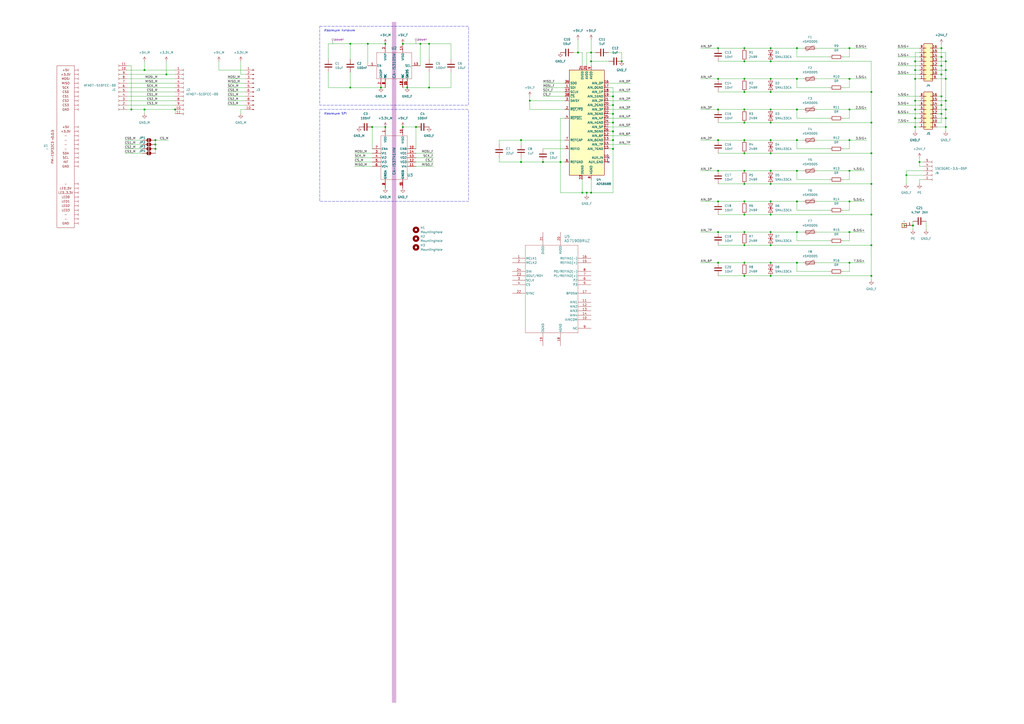
<source format=kicad_sch>
(kicad_sch (version 20250114) (generator "eeschema") (generator_version "9.0")
  (paper "A2")
  (title_block (title "${article} v${version}"))
  (rectangle (start 185.42 63.5) (end 271.78 116.84) (stroke (width 0) (type dash)))
  (rectangle (start 185.42 15.24) (end 271.78 60.96) (stroke (width 0) (type dash)))
  (rectangle (start 227.33 12.7) (end 229.87 407.67) (stroke (width -0.0001) (type dot) (color 72 0 0 0.68)) (fill (type color) (color 132 0 132 0.3)))
  (text "Изоляция SPI" (at 187.96 66.04 0) (effects (font (size 1.27 1.27)) (justify left)))
  (text "Изоляция питания" (at 187.96 17.78 0) (effects (font (size 1.27 1.27)) (justify left)))
  (junction (at 548.64 35.56))
  (junction (at 431.8 99.06))
  (junction (at 447.04 106.68))
  (junction (at 505.46 106.68))
  (junction (at 462.28 99.06))
  (junction (at 355.6 81.28))
  (junction (at 431.8 142.24))
  (junction (at 431.8 106.68))
  (junction (at 431.8 81.28))
  (junction (at 530.86 35.56))
  (junction (at 431.8 35.56))
  (junction (at 548.64 73.66))
  (junction (at 530.86 58.42))
  (junction (at 505.46 88.9))
  (junction (at 492.76 99.06))
  (junction (at 302.26 93.98))
  (junction (at 431.8 45.72))
  (junction (at 492.76 116.84))
  (junction (at 505.46 71.12))
  (junction (at 90.17 86.36))
  (junction (at 546.1 55.88))
  (junction (at 325.12 93.98))
  (junction (at 101.6 63.5))
  (junction (at 342.9 30.48))
  (junction (at 416.56 99.06))
  (junction (at 203.2 25.4))
  (junction (at 90.17 83.82))
  (junction (at 431.8 152.4))
  (junction (at 431.8 124.46))
  (junction (at 213.36 25.4))
  (junction (at 416.56 81.28))
  (junction (at 548.64 63.5))
  (junction (at 462.28 152.4))
  (junction (at 505.46 160.02))
  (junction (at 236.22 50.8))
  (junction (at 530.86 73.66))
  (junction (at 342.9 35.56))
  (junction (at 431.8 116.84))
  (junction (at 462.28 27.94))
  (junction (at 548.64 68.58))
  (junction (at 447.04 124.46))
  (junction (at 355.6 86.36))
  (junction (at 431.8 53.34))
  (junction (at 355.6 55.88))
  (junction (at 223.52 73.66))
  (junction (at 355.6 66.04))
  (junction (at 525.78 101.6))
  (junction (at 431.8 71.12))
  (junction (at 462.28 134.62))
  (junction (at 431.8 63.5))
  (junction (at 215.9 73.66))
  (junction (at 546.1 60.96))
  (junction (at 546.1 43.18))
  (junction (at 546.1 33.02))
  (junction (at 335.28 30.48))
  (junction (at 530.86 40.64))
  (junction (at 530.86 45.72))
  (junction (at 447.04 152.4))
  (junction (at 462.28 81.28))
  (junction (at 431.8 88.9))
  (junction (at 447.04 88.9))
  (junction (at 462.28 116.84))
  (junction (at 492.76 27.94))
  (junction (at 546.1 27.94))
  (junction (at 533.4 93.98))
  (junction (at 447.04 142.24))
  (junction (at 447.04 160.02))
  (junction (at 492.76 134.62))
  (junction (at 505.46 142.24))
  (junction (at 302.26 81.28))
  (junction (at 90.17 81.28))
  (junction (at 83.82 63.5))
  (junction (at 416.56 45.72))
  (junction (at 462.28 63.5))
  (junction (at 248.92 25.4))
  (junction (at 447.04 99.06))
  (junction (at 447.04 53.34))
  (junction (at 416.56 134.62))
  (junction (at 505.46 53.34))
  (junction (at 431.8 134.62))
  (junction (at 462.28 45.72))
  (junction (at 223.52 25.4))
  (junction (at 530.86 68.58))
  (junction (at 233.68 73.66))
  (junction (at 307.34 58.42))
  (junction (at 505.46 124.46))
  (junction (at 447.04 81.28))
  (junction (at 447.04 35.56))
  (junction (at 337.82 111.76))
  (junction (at 548.64 40.64))
  (junction (at 447.04 134.62))
  (junction (at 546.1 38.1))
  (junction (at 243.84 25.4))
  (junction (at 447.04 27.94))
  (junction (at 355.6 60.96))
  (junction (at 530.86 63.5))
  (junction (at 548.64 45.72))
  (junction (at 220.98 50.8))
  (junction (at 416.56 27.94))
  (junction (at 241.3 73.66))
  (junction (at 447.04 63.5))
  (junction (at 360.68 35.56))
  (junction (at 492.76 63.5))
  (junction (at 416.56 116.84))
  (junction (at 83.82 40.64))
  (junction (at 233.68 25.4))
  (junction (at 447.04 45.72))
  (junction (at 492.76 45.72))
  (junction (at 355.6 71.12))
  (junction (at 546.1 66.04))
  (junction (at 416.56 152.4))
  (junction (at 340.36 111.76))
  (junction (at 355.6 76.2))
  (junction (at 548.64 58.42))
  (junction (at 447.04 116.84))
  (junction (at 314.96 93.98))
  (junction (at 342.9 111.76))
  (junction (at 416.56 63.5))
  (junction (at 431.8 27.94))
  (junction (at 431.8 160.02))
  (junction (at 492.76 152.4))
  (junction (at 203.2 50.8))
  (junction (at 76.2 63.5))
  (junction (at 248.92 50.8))
  (junction (at 447.04 71.12))
  (junction (at 492.76 81.28))
  (junction (at 96.52 43.18))
  (junction (at 529.59 130.81))
  (no_connect (at 353.06 91.44))
  (no_connect (at 353.06 93.98))
  (wire (pts (xy 543.56 63.5) (xy 548.64 63.5)))
  (wire (pts (xy 406.4 134.62) (xy 416.56 134.62)))
  (wire (pts (xy 332.74 30.48) (xy 335.28 30.48)))
  (wire (pts (xy 261.62 34.29) (xy 261.62 25.4)))
  (wire (pts (xy 73.66 53.34) (xy 101.6 53.34)))
  (wire (pts (xy 462.28 104.14) (xy 462.28 99.06)))
  (wire (pts (xy 261.62 41.91) (xy 261.62 50.8)))
  (wire (pts (xy 307.34 63.5) (xy 307.34 58.42)))
  (wire (pts (xy 353.06 73.66) (xy 365.76 73.66)))
  (wire (pts (xy 447.04 81.28) (xy 462.28 81.28)))
  (wire (pts (xy 406.4 116.84) (xy 416.56 116.84)))
  (wire (pts (xy 447.04 99.06) (xy 462.28 99.06)))
  (wire (pts (xy 353.06 53.34) (xy 365.76 53.34)))
  (wire (pts (xy 533.4 60.96) (xy 520.7 60.96)))
  (wire (pts (xy 416.56 142.24) (xy 431.8 142.24)))
  (wire (pts (xy 139.7 63.5) (xy 139.7 66.04)))
  (wire (pts (xy 215.9 91.44) (xy 205.74 91.44)))
  (wire (pts (xy 543.56 58.42) (xy 548.64 58.42)))
  (wire (pts (xy 325.12 68.58) (xy 327.66 68.58)))
  (wire (pts (xy 431.8 134.62) (xy 447.04 134.62)))
  (wire (pts (xy 233.68 50.8) (xy 236.22 50.8)))
  (wire (pts (xy 462.28 86.36) (xy 481.33 86.36)))
  (wire (pts (xy 535.94 93.98) (xy 533.4 93.98)))
  (wire (pts (xy 406.4 99.06) (xy 416.56 99.06)))
  (wire (pts (xy 355.6 60.96) (xy 355.6 66.04)))
  (wire (pts (xy 406.4 152.4) (xy 416.56 152.4)))
  (wire (pts (xy 431.8 142.24) (xy 447.04 142.24)))
  (wire (pts (xy 543.56 43.18) (xy 546.1 43.18)))
  (wire (pts (xy 289.56 81.28) (xy 302.26 81.28)))
  (wire (pts (xy 416.56 35.56) (xy 431.8 35.56)))
  (wire (pts (xy 248.92 50.8) (xy 236.22 50.8)))
  (wire (pts (xy 447.04 88.9) (xy 505.46 88.9)))
  (wire (pts (xy 353.06 78.74) (xy 365.76 78.74)))
  (wire (pts (xy 543.56 71.12) (xy 546.1 71.12)))
  (wire (pts (xy 353.06 30.48) (xy 360.68 30.48)))
  (wire (pts (xy 546.1 25.4) (xy 546.1 27.94)))
  (wire (pts (xy 543.56 38.1) (xy 546.1 38.1)))
  (wire (pts (xy 473.71 81.28) (xy 492.76 81.28)))
  (wire (pts (xy 355.6 111.76) (xy 342.9 111.76)))
  (wire (pts (xy 342.9 35.56) (xy 353.06 35.56)))
  (wire (pts (xy 90.17 86.36) (xy 90.17 88.9)))
  (wire (pts (xy 530.86 30.48) (xy 530.86 35.56)))
  (wire (pts (xy 447.04 35.56) (xy 505.46 35.56)))
  (wire (pts (xy 76.2 63.5) (xy 83.82 63.5)))
  (wire (pts (xy 325.12 93.98) (xy 327.66 93.98)))
  (wire (pts (xy 416.56 99.06) (xy 431.8 99.06)))
  (wire (pts (xy 302.26 91.44) (xy 302.26 93.98)))
  (wire (pts (xy 215.9 96.52) (xy 205.74 96.52)))
  (wire (pts (xy 203.2 50.8) (xy 220.98 50.8)))
  (wire (pts (xy 353.06 83.82) (xy 365.76 83.82)))
  (wire (pts (xy 431.8 81.28) (xy 447.04 81.28)))
  (wire (pts (xy 139.7 43.18) (xy 142.24 43.18)))
  (wire (pts (xy 213.36 38.1) (xy 213.36 25.4)))
  (wire (pts (xy 355.6 66.04) (xy 355.6 71.12)))
  (wire (pts (xy 406.4 27.94) (xy 416.56 27.94)))
  (wire (pts (xy 530.86 45.72) (xy 530.86 58.42)))
  (wire (pts (xy 447.04 116.84) (xy 462.28 116.84)))
  (wire (pts (xy 473.71 45.72) (xy 492.76 45.72)))
  (wire (pts (xy 548.64 35.56) (xy 548.64 40.64)))
  (wire (pts (xy 83.82 40.64) (xy 73.66 40.64)))
  (wire (pts (xy 353.06 50.8) (xy 355.6 50.8)))
  (wire (pts (xy 447.04 63.5) (xy 462.28 63.5)))
  (wire (pts (xy 488.95 157.48) (xy 492.76 157.48)))
  (wire (pts (xy 73.66 48.26) (xy 101.6 48.26)))
  (wire (pts (xy 241.3 73.66) (xy 241.3 86.36)))
  (wire (pts (xy 462.28 33.02) (xy 481.33 33.02)))
  (wire (pts (xy 492.76 99.06) (xy 501.65 99.06)))
  (wire (pts (xy 447.04 124.46) (xy 505.46 124.46)))
  (wire (pts (xy 132.08 50.8) (xy 142.24 50.8)))
  (wire (pts (xy 546.1 43.18) (xy 546.1 55.88)))
  (wire (pts (xy 73.66 63.5) (xy 76.2 63.5)))
  (wire (pts (xy 525.78 101.6) (xy 525.78 106.68)))
  (wire (pts (xy 72.39 86.36) (xy 82.55 86.36)))
  (wire (pts (xy 543.56 66.04) (xy 546.1 66.04)))
  (wire (pts (xy 431.8 99.06) (xy 447.04 99.06)))
  (wire (pts (xy 353.06 58.42) (xy 365.76 58.42)))
  (wire (pts (xy 546.1 33.02) (xy 546.1 27.94)))
  (wire (pts (xy 90.17 81.28) (xy 97.79 81.28)))
  (wire (pts (xy 215.9 73.66) (xy 223.52 73.66)))
  (wire (pts (xy 535.94 104.14) (xy 533.4 104.14)))
  (wire (pts (xy 203.2 34.29) (xy 203.2 25.4)))
  (wire (pts (xy 530.86 73.66) (xy 533.4 73.66)))
  (wire (pts (xy 462.28 63.5) (xy 466.09 63.5)))
  (wire (pts (xy 83.82 63.5) (xy 101.6 63.5)))
  (wire (pts (xy 505.46 160.02) (xy 505.46 142.24)))
  (wire (pts (xy 132.08 60.96) (xy 142.24 60.96)))
  (wire (pts (xy 530.86 30.48) (xy 533.4 30.48)))
  (wire (pts (xy 342.9 22.86) (xy 342.9 30.48)))
  (wire (pts (xy 353.06 76.2) (xy 355.6 76.2)))
  (wire (pts (xy 535.94 96.52) (xy 533.4 96.52)))
  (wire (pts (xy 505.46 142.24) (xy 447.04 142.24)))
  (wire (pts (xy 462.28 86.36) (xy 462.28 81.28)))
  (wire (pts (xy 492.76 45.72) (xy 502.92 45.72)))
  (wire (pts (xy 340.36 111.76) (xy 340.36 113.03)))
  (wire (pts (xy 215.9 88.9) (xy 205.74 88.9)))
  (wire (pts (xy 73.66 50.8) (xy 101.6 50.8)))
  (wire (pts (xy 492.76 68.58) (xy 492.76 63.5)))
  (wire (pts (xy 76.2 38.1) (xy 76.2 63.5)))
  (wire (pts (xy 488.95 86.36) (xy 492.76 86.36)))
  (wire (pts (xy 241.3 88.9) (xy 251.46 88.9)))
  (wire (pts (xy 462.28 134.62) (xy 466.09 134.62)))
  (wire (pts (xy 233.68 73.66) (xy 241.3 73.66)))
  (wire (pts (xy 473.71 63.5) (xy 492.76 63.5)))
  (wire (pts (xy 533.4 66.04) (xy 520.7 66.04)))
  (wire (pts (xy 462.28 50.8) (xy 481.33 50.8)))
  (wire (pts (xy 431.8 116.84) (xy 447.04 116.84)))
  (wire (pts (xy 543.56 45.72) (xy 548.64 45.72)))
  (wire (pts (xy 416.56 53.34) (xy 431.8 53.34)))
  (wire (pts (xy 505.46 162.56) (xy 505.46 160.02)))
  (wire (pts (xy 447.04 152.4) (xy 462.28 152.4)))
  (wire (pts (xy 416.56 45.72) (xy 431.8 45.72)))
  (wire (pts (xy 96.52 35.56) (xy 96.52 43.18)))
  (wire (pts (xy 533.4 104.14) (xy 533.4 106.68)))
  (wire (pts (xy 289.56 93.98) (xy 302.26 93.98)))
  (wire (pts (xy 416.56 81.28) (xy 431.8 81.28)))
  (wire (pts (xy 520.7 38.1) (xy 533.4 38.1)))
  (wire (pts (xy 132.08 55.88) (xy 142.24 55.88)))
  (wire (pts (xy 546.1 66.04) (xy 546.1 60.96)))
  (wire (pts (xy 492.76 86.36) (xy 492.76 81.28)))
  (wire (pts (xy 203.2 25.4) (xy 213.36 25.4)))
  (wire (pts (xy 72.39 83.82) (xy 82.55 83.82)))
  (wire (pts (xy 473.71 99.06) (xy 492.76 99.06)))
  (wire (pts (xy 325.12 93.98) (xy 325.12 111.76)))
  (wire (pts (xy 530.86 45.72) (xy 533.4 45.72)))
  (wire (pts (xy 548.64 40.64) (xy 548.64 45.72)))
  (wire (pts (xy 241.3 91.44) (xy 251.46 91.44)))
  (wire (pts (xy 406.4 45.72) (xy 416.56 45.72)))
  (wire (pts (xy 90.17 81.28) (xy 90.17 83.82)))
  (wire (pts (xy 447.04 45.72) (xy 462.28 45.72)))
  (wire (pts (xy 473.71 27.94) (xy 492.76 27.94)))
  (wire (pts (xy 492.76 152.4) (xy 501.65 152.4)))
  (wire (pts (xy 220.98 50.8) (xy 223.52 50.8)))
  (wire (pts (xy 342.9 30.48) (xy 345.44 30.48)))
  (wire (pts (xy 416.56 116.84) (xy 431.8 116.84)))
  (wire (pts (xy 447.04 27.94) (xy 462.28 27.94)))
  (wire (pts (xy 72.39 81.28) (xy 82.55 81.28)))
  (wire (pts (xy 492.76 139.7) (xy 492.76 134.62)))
  (wire (pts (xy 462.28 121.92) (xy 462.28 116.84)))
  (wire (pts (xy 530.86 68.58) (xy 530.86 73.66)))
  (wire (pts (xy 548.64 45.72) (xy 548.64 58.42)))
  (wire (pts (xy 525.78 99.06) (xy 525.78 101.6)))
  (wire (pts (xy 548.64 63.5) (xy 548.64 68.58)))
  (wire (pts (xy 416.56 106.68) (xy 431.8 106.68)))
  (wire (pts (xy 314.96 53.34) (xy 327.66 53.34)))
  (wire (pts (xy 535.94 99.06) (xy 525.78 99.06)))
  (wire (pts (xy 360.68 30.48) (xy 360.68 35.56)))
  (wire (pts (xy 203.2 41.91) (xy 203.2 50.8)))
  (wire (pts (xy 548.64 58.42) (xy 548.64 63.5)))
  (wire (pts (xy 492.76 157.48) (xy 492.76 152.4)))
  (wire (pts (xy 406.4 81.28) (xy 416.56 81.28)))
  (wire (pts (xy 101.6 63.5) (xy 101.6 66.04)))
  (wire (pts (xy 307.34 63.5) (xy 327.66 63.5)))
  (wire (pts (xy 73.66 60.96) (xy 101.6 60.96)))
  (wire (pts (xy 462.28 104.14) (xy 481.33 104.14)))
  (wire (pts (xy 543.56 35.56) (xy 548.64 35.56)))
  (wire (pts (xy 462.28 27.94) (xy 466.09 27.94)))
  (wire (pts (xy 505.46 53.34) (xy 505.46 71.12)))
  (wire (pts (xy 83.82 63.5) (xy 83.82 66.04)))
  (wire (pts (xy 505.46 88.9) (xy 505.46 106.68)))
  (wire (pts (xy 530.86 35.56) (xy 533.4 35.56)))
  (wire (pts (xy 302.26 81.28) (xy 302.26 83.82)))
  (wire (pts (xy 314.96 50.8) (xy 327.66 50.8)))
  (wire (pts (xy 462.28 50.8) (xy 462.28 45.72)))
  (wire (pts (xy 190.5 50.8) (xy 203.2 50.8)))
  (wire (pts (xy 543.56 60.96) (xy 546.1 60.96)))
  (wire (pts (xy 355.6 71.12) (xy 355.6 76.2)))
  (wire (pts (xy 447.04 106.68) (xy 505.46 106.68)))
  (wire (pts (xy 492.76 50.8) (xy 492.76 45.72)))
  (wire (pts (xy 314.96 86.36) (xy 327.66 86.36)))
  (wire (pts (xy 314.96 93.98) (xy 325.12 93.98)))
  (wire (pts (xy 505.46 106.68) (xy 505.46 124.46)))
  (wire (pts (xy 462.28 68.58) (xy 481.33 68.58)))
  (wire (pts (xy 353.06 71.12) (xy 355.6 71.12)))
  (wire (pts (xy 215.9 86.36) (xy 215.9 73.66)))
  (wire (pts (xy 142.24 63.5) (xy 139.7 63.5)))
  (wire (pts (xy 447.04 71.12) (xy 505.46 71.12)))
  (wire (pts (xy 353.06 55.88) (xy 355.6 55.88)))
  (wire (pts (xy 416.56 124.46) (xy 431.8 124.46)))
  (wire (pts (xy 520.7 27.94) (xy 533.4 27.94)))
  (wire (pts (xy 353.06 66.04) (xy 355.6 66.04)))
  (wire (pts (xy 462.28 157.48) (xy 481.33 157.48)))
  (wire (pts (xy 462.28 139.7) (xy 481.33 139.7)))
  (wire (pts (xy 127 35.56) (xy 127 40.64)))
  (wire (pts (xy 462.28 81.28) (xy 466.09 81.28)))
  (wire (pts (xy 462.28 121.92) (xy 481.33 121.92)))
  (wire (pts (xy 73.66 38.1) (xy 76.2 38.1)))
  (wire (pts (xy 73.66 58.42) (xy 101.6 58.42)))
  (wire (pts (xy 546.1 38.1) (xy 546.1 33.02)))
  (wire (pts (xy 431.8 106.68) (xy 447.04 106.68)))
  (wire (pts (xy 543.56 68.58) (xy 548.64 68.58)))
  (wire (pts (xy 335.28 22.86) (xy 335.28 30.48)))
  (wire (pts (xy 530.86 35.56) (xy 530.86 40.64)))
  (wire (pts (xy 505.46 35.56) (xy 505.46 53.34)))
  (wire (pts (xy 473.71 134.62) (xy 492.76 134.62)))
  (wire (pts (xy 492.76 63.5) (xy 502.92 63.5)))
  (wire (pts (xy 353.06 60.96) (xy 355.6 60.96)))
  (wire (pts (xy 447.04 53.34) (xy 505.46 53.34)))
  (wire (pts (xy 248.92 41.91) (xy 248.92 50.8)))
  (wire (pts (xy 243.84 25.4) (xy 233.68 25.4)))
  (wire (pts (xy 416.56 27.94) (xy 431.8 27.94)))
  (wire (pts (xy 525.78 101.6) (xy 535.94 101.6)))
  (wire (pts (xy 337.82 104.14) (xy 337.82 111.76)))
  (wire (pts (xy 90.17 83.82) (xy 90.17 86.36)))
  (wire (pts (xy 548.64 68.58) (xy 548.64 73.66)))
  (wire (pts (xy 520.7 33.02) (xy 533.4 33.02)))
  (wire (pts (xy 462.28 139.7) (xy 462.28 134.62)))
  (wire (pts (xy 72.39 88.9) (xy 82.55 88.9)))
  (wire (pts (xy 355.6 76.2) (xy 355.6 81.28)))
  (wire (pts (xy 416.56 152.4) (xy 431.8 152.4)))
  (wire (pts (xy 342.9 30.48) (xy 342.9 35.56)))
  (wire (pts (xy 488.95 104.14) (xy 492.76 104.14)))
  (wire (pts (xy 431.8 124.46) (xy 447.04 124.46)))
  (wire (pts (xy 241.3 96.52) (xy 251.46 96.52)))
  (wire (pts (xy 83.82 35.56) (xy 83.82 40.64)))
  (wire (pts (xy 530.86 58.42) (xy 533.4 58.42)))
  (wire (pts (xy 530.86 68.58) (xy 533.4 68.58)))
  (wire (pts (xy 431.8 63.5) (xy 447.04 63.5)))
  (wire (pts (xy 431.8 35.56) (xy 447.04 35.56)))
  (wire (pts (xy 96.52 43.18) (xy 73.66 43.18)))
  (wire (pts (xy 314.96 48.26) (xy 327.66 48.26)))
  (wire (pts (xy 355.6 50.8) (xy 355.6 55.88)))
  (wire (pts (xy 213.36 25.4) (xy 223.52 25.4)))
  (wire (pts (xy 473.71 152.4) (xy 492.76 152.4)))
  (wire (pts (xy 492.76 81.28) (xy 502.92 81.28)))
  (wire (pts (xy 261.62 50.8) (xy 248.92 50.8)))
  (wire (pts (xy 447.04 134.62) (xy 462.28 134.62)))
  (wire (pts (xy 342.9 111.76) (xy 340.36 111.76)))
  (wire (pts (xy 462.28 68.58) (xy 462.28 63.5)))
  (wire (pts (xy 132.08 53.34) (xy 142.24 53.34)))
  (wire (pts (xy 355.6 81.28) (xy 355.6 86.36)))
  (wire (pts (xy 548.64 30.48) (xy 548.64 35.56)))
  (wire (pts (xy 492.76 33.02) (xy 492.76 27.94)))
  (wire (pts (xy 73.66 55.88) (xy 101.6 55.88)))
  (wire (pts (xy 543.56 40.64) (xy 548.64 40.64)))
  (wire (pts (xy 127 40.64) (xy 142.24 40.64)))
  (wire (pts (xy 520.7 43.18) (xy 533.4 43.18)))
  (wire (pts (xy 473.71 116.84) (xy 492.76 116.84)))
  (wire (pts (xy 353.06 86.36) (xy 355.6 86.36)))
  (wire (pts (xy 243.84 38.1) (xy 243.84 25.4)))
  (wire (pts (xy 307.34 55.88) (xy 307.34 58.42)))
  (wire (pts (xy 488.95 139.7) (xy 492.76 139.7)))
  (wire (pts (xy 462.28 116.84) (xy 466.09 116.84)))
  (wire (pts (xy 488.95 121.92) (xy 492.76 121.92)))
  (wire (pts (xy 431.8 45.72) (xy 447.04 45.72)))
  (wire (pts (xy 543.56 33.02) (xy 546.1 33.02)))
  (wire (pts (xy 533.4 93.98) (xy 533.4 91.44)))
  (wire (pts (xy 530.86 63.5) (xy 530.86 68.58)))
  (wire (pts (xy 546.1 60.96) (xy 546.1 55.88)))
  (wire (pts (xy 520.7 55.88) (xy 533.4 55.88)))
  (wire (pts (xy 355.6 55.88) (xy 355.6 60.96)))
  (wire (pts (xy 132.08 48.26) (xy 142.24 48.26)))
  (wire (pts (xy 505.46 124.46) (xy 505.46 142.24)))
  (wire (pts (xy 190.5 41.91) (xy 190.5 50.8)))
  (wire (pts (xy 302.26 93.98) (xy 314.96 93.98)))
  (wire (pts (xy 530.86 40.64) (xy 530.86 45.72)))
  (wire (pts (xy 529.59 130.81) (xy 529.59 133.35)))
  (wire (pts (xy 353.06 63.5) (xy 365.76 63.5)))
  (wire (pts (xy 431.8 88.9) (xy 447.04 88.9)))
  (wire (pts (xy 546.1 43.18) (xy 546.1 38.1)))
  (wire (pts (xy 248.92 34.29) (xy 248.92 25.4)))
  (wire (pts (xy 492.76 134.62) (xy 501.65 134.62)))
  (wire (pts (xy 431.8 27.94) (xy 447.04 27.94)))
  (wire (pts (xy 325.12 68.58) (xy 325.12 93.98)))
  (wire (pts (xy 139.7 35.56) (xy 139.7 43.18)))
  (wire (pts (xy 248.92 25.4) (xy 243.84 25.4)))
  (wire (pts (xy 548.64 73.66) (xy 548.64 76.2)))
  (wire (pts (xy 537.21 128.27) (xy 537.21 133.35)))
  (wire (pts (xy 492.76 27.94) (xy 502.92 27.94)))
  (wire (pts (xy 431.8 160.02) (xy 447.04 160.02)))
  (wire (pts (xy 488.95 68.58) (xy 492.76 68.58)))
  (wire (pts (xy 488.95 33.02) (xy 492.76 33.02)))
  (wire (pts (xy 215.9 93.98) (xy 205.74 93.98)))
  (wire (pts (xy 530.86 58.42) (xy 530.86 63.5)))
  (wire (pts (xy 241.3 93.98) (xy 251.46 93.98)))
  (wire (pts (xy 261.62 25.4) (xy 248.92 25.4)))
  (wire (pts (xy 335.28 30.48) (xy 337.82 30.48)))
  (wire (pts (xy 340.36 38.1) (xy 340.36 30.48)))
  (wire (pts (xy 462.28 33.02) (xy 462.28 27.94)))
  (wire (pts (xy 289.56 91.44) (xy 289.56 93.98)))
  (wire (pts (xy 73.66 45.72) (xy 101.6 45.72)))
  (wire (pts (xy 529.59 128.27) (xy 529.59 130.81)))
  (wire (pts (xy 543.56 73.66) (xy 548.64 73.66)))
  (wire (pts (xy 342.9 30.48) (xy 340.36 30.48)))
  (wire (pts (xy 416.56 63.5) (xy 431.8 63.5)))
  (wire (pts (xy 546.1 27.94) (xy 543.56 27.94)))
  (wire (pts (xy 462.28 157.48) (xy 462.28 152.4)))
  (wire (pts (xy 132.08 58.42) (xy 142.24 58.42)))
  (wire (pts (xy 416.56 88.9) (xy 431.8 88.9)))
  (wire (pts (xy 462.28 99.06) (xy 466.09 99.06)))
  (wire (pts (xy 431.8 53.34) (xy 447.04 53.34)))
  (wire (pts (xy 416.56 134.62) (xy 431.8 134.62)))
  (wire (pts (xy 462.28 152.4) (xy 466.09 152.4)))
  (wire (pts (xy 431.8 152.4) (xy 447.04 152.4)))
  (wire (pts (xy 462.28 45.72) (xy 466.09 45.72)))
  (wire (pts (xy 492.76 116.84) (xy 501.65 116.84)))
  (wire (pts (xy 342.9 104.14) (xy 342.9 111.76)))
  (wire (pts (xy 337.82 111.76) (xy 325.12 111.76)))
  (wire (pts (xy 353.06 68.58) (xy 365.76 68.58)))
  (wire (pts (xy 530.86 73.66) (xy 530.86 76.2)))
  (wire (pts (xy 289.56 81.28) (xy 289.56 83.82)))
  (wire (pts (xy 132.08 45.72) (xy 142.24 45.72)))
  (wire (pts (xy 340.36 111.76) (xy 337.82 111.76)))
  (wire (pts (xy 83.82 40.64) (xy 101.6 40.64)))
  (wire (pts (xy 543.56 30.48) (xy 548.64 30.48)))
  (wire (pts (xy 416.56 71.12) (xy 431.8 71.12)))
  (wire (pts (xy 307.34 58.42) (xy 327.66 58.42)))
  (wire (pts (xy 406.4 63.5) (xy 416.56 63.5)))
  (wire (pts (xy 355.6 86.36) (xy 355.6 111.76)))
  (wire (pts (xy 353.06 48.26) (xy 365.76 48.26)))
  (wire (pts (xy 530.86 40.64) (xy 533.4 40.64)))
  (wire (pts (xy 492.76 104.14) (xy 492.76 99.06)))
  (wire (pts (xy 342.9 38.1) (xy 342.9 35.56)))
  (wire (pts (xy 543.56 55.88) (xy 546.1 55.88)))
  (wire (pts (xy 492.76 121.92) (xy 492.76 116.84)))
  (wire (pts (xy 488.95 50.8) (xy 492.76 50.8)))
  (wire (pts (xy 302.26 81.28) (xy 327.66 81.28)))
  (wire (pts (xy 314.96 55.88) (xy 327.66 55.88)))
  (wire (pts (xy 533.4 96.52) (xy 533.4 93.98)))
  (wire (pts (xy 416.56 160.02) (xy 431.8 160.02)))
  (wire (pts (xy 447.04 160.02) (xy 505.46 160.02)))
  (wire (pts (xy 353.06 81.28) (xy 355.6 81.28)))
  (wire (pts (xy 505.46 71.12) (xy 505.46 88.9)))
  (wire (pts (xy 530.86 63.5) (xy 533.4 63.5)))
  (wire (pts (xy 533.4 71.12) (xy 520.7 71.12)))
  (wire (pts (xy 190.5 34.29) (xy 190.5 25.4)))
  (wire (pts (xy 546.1 71.12) (xy 546.1 66.04)))
  (wire (pts (xy 431.8 71.12) (xy 447.04 71.12)))
  (wire (pts (xy 190.5 25.4) (xy 203.2 25.4)))
  (wire (pts (xy 96.52 43.18) (xy 101.6 43.18)))
  (wire (pts (xy 337.82 30.48) (xy 337.82 38.1)))
  (label "2.SIG+" (at 520.7 38.1 0))
  (label "4.SIG+" (at 501.65 99.06 180))
  (label "CS_M" (at 97.79 81.28 180))
  (label "MOSI_M" (at 91.44 45.72 180))
  (label "CS3_M" (at 91.44 60.96 180))
  (label "CS1_M" (at 91.44 55.88 180))
  (label "SCK_F" (at 314.96 53.34 0))
  (label "AIN_1P" (at 365.76 53.34 180))
  (label "AIN_0P" (at 365.76 48.26 180))
  (label "1.SIG+" (at 502.92 45.72 180))
  (label "SCK_F" (at 251.46 91.44 180))
  (label "AIN_6P" (at 406.4 152.4 0))
  (label "MISO_F" (at 314.96 48.26 0))
  (label "CS2_M" (at 132.08 58.42 0))
  (label "SCK_M" (at 205.74 91.44 0))
  (label "SCK_M" (at 132.08 50.8 0))
  (label "CS0_M" (at 91.44 53.34 180))
  (label "CS1_M" (at 72.39 83.82 0))
  (label "AIN_1P" (at 406.4 99.06 0))
  (label "AIN_7P" (at 406.4 134.62 0))
  (label "AIN_3P" (at 365.76 63.5 180))
  (label "MISO_M" (at 132.08 48.26 0))
  (label "AIN_2P" (at 406.4 81.28 0))
  (label "5.SIG+" (at 520.7 60.96 0))
  (label "0.SIG+" (at 502.92 27.94 180))
  (label "MISO_M" (at 205.74 96.52 0))
  (label "AIN_4P" (at 365.76 68.58 180))
  (label "CS2_M" (at 72.39 86.36 0))
  (label "MISO_M" (at 91.44 48.26 180))
  (label "6.SIG+" (at 520.7 66.04 0))
  (label "AIN_2P" (at 365.76 58.42 180))
  (label "CS1_M" (at 132.08 55.88 0))
  (label "CS0_M" (at 72.39 81.28 0))
  (label "MOSI_M" (at 205.74 88.9 0))
  (label "5.SIG+" (at 501.65 116.84 180))
  (label "3.SIG+" (at 520.7 43.18 0))
  (label "MOSI_F" (at 251.46 88.9 180))
  (label "6.SIG+" (at 501.65 134.62 180))
  (label "AIN_7P" (at 365.76 83.82 180))
  (label "MISO_F" (at 251.46 96.52 180))
  (label "AIN_5P" (at 406.4 27.94 0))
  (label "MOSI_F" (at 314.96 50.8 0))
  (label "AIN_6P" (at 365.76 78.74 180))
  (label "7.SIG+" (at 501.65 152.4 180))
  (label "7.SIG+" (at 520.7 71.12 0))
  (label "CS3_M" (at 72.39 88.9 0))
  (label "4.SIG+" (at 520.7 55.88 0))
  (label "1.SIG+" (at 520.7 33.02 0))
  (label "CS_M" (at 205.74 93.98 0))
  (label "CS3_M" (at 132.08 60.96 0))
  (label "SCK_M" (at 91.44 50.8 180))
  (label "AIN_0P" (at 406.4 116.84 0))
  (label "MOSI_M" (at 132.08 45.72 0))
  (label "3.SIG+" (at 502.92 81.28 180))
  (label "2.SIG+" (at 502.92 63.5 180))
  (label "AIN_5P" (at 365.76 73.66 180))
  (label "0.SIG+" (at 520.7 27.94 0))
  (label "CS2_M" (at 91.44 58.42 180))
  (label "CS_F" (at 314.96 55.88 0))
  (label "AIN_4P" (at 406.4 45.72 0))
  (label "CS0_M" (at 132.08 53.34 0))
  (label "CS_F" (at 251.46 93.98 180))
  (label "AIN_3P" (at 406.4 63.5 0))
  (netclass_flag "" (length 2.54) (shape round) (at 193.04 25.4 0) (property "Netclass" "power" (at 193.7385 22.86 0) (effects (font (italic yes)) (justify left))))
  (netclass_flag "" (length 2.54) (shape round) (at 241.3 25.4 0) (property "Netclass" "power" (at 241.9985 22.86 0) (effects (font (italic yes)) (justify left))))
  (symbol (lib_id "power:+5V") (at 307.34 55.88 0) (unit 1)
    (property "Reference" "#PWR017" (effects (hide yes)))
    (property "Value" "+5V_F" (at 307.34 50.8 0))
    (property "Description" "Power symbol creates a global label with name \"+5V\"" (effects (hide yes)))
  )
  (symbol (lib_id "kicad_inventree_lib:PE") (at 524.51 130.81 180) (unit 1) (in_bom no)
    (property "Reference" "D9" (effects (hide yes)))
    (property "Value" "~" (at 524.51 128.27 0))
    (property "Footprint" "kicad_inventree_lib:PE" (effects (hide yes)))
  )
  (symbol (lib_id "kicad_inventree_lib:SMAJ33CA") (at 447.04 31.75 90) (unit 1)
    (property "Reference" "D1" (at 449.58 30.4799 90) (effects (justify right)))
    (property "Value" "SMAJ33CA" (at 449.58 33.0199 90) (effects (justify right)))
    (property "Footprint" "kicad_inventree_lib:SMASeries_LTF-M" (effects (hide yes)))
    (property "Datasheet" "http://inventree.network/part/123/" (effects (hide yes)))
    (property "Description" "7.5A 400W 53.3V 40.6V 33V SMA(DO-214AC) ESD and Surge Protection (TVS/ESD)" (effects (hide yes)))
    (property "part_ipn" "SMAJ33CA" (effects (hide yes)))
  )
  (symbol (lib_id "kicad_inventree_lib:C_100nF_16V_0603_MLCC-X7R") (at 245.11 73.66 90) (unit 1)
    (property "Reference" "C4" (at 245.11 66.04 90))
    (property "Value" "100nF" (at 245.11 68.58 90))
    (property "Footprint" "Capacitor_SMD:C_0603_1608Metric" (effects (hide yes)))
    (property "Datasheet" "http://inventree.network/part/221" (effects (hide yes)))
    (property "Description" "Unpolarized capacitor" (effects (hide yes)))
    (property "part_ipn" "C_100nF_16V_0603_MLCC-X7R" (effects (hide yes)))
  )
  (symbol (lib_id "kicad_inventree_lib:nSMD005") (at 469.9 45.72 90) (unit 1)
    (property "Reference" "F2" (at 469.9 39.37 90))
    (property "Value" "nSMD005" (at 469.9 41.91 90))
    (property "Footprint" "Fuse:Fuse_1206_3216Metric" (effects (hide yes)))
    (property "Datasheet" "http://inventree.network/part/267/" (effects (hide yes)))
    (property "Description" "Resettable fuse, polymeric positive temperature coefficient" (effects (hide yes)))
    (property "part_ipn" "nSMD005" (effects (hide yes)))
  )
  (symbol (lib_id "power:GND") (at 530.86 76.2 0) (unit 1)
    (property "Reference" "#PWR026" (effects (hide yes)))
    (property "Value" "GND_F" (at 530.86 81.28 0))
    (property "Description" "Power symbol creates a global label with name \"GND\" , ground" (effects (hide yes)))
  )
  (symbol (lib_id "kicad_inventree_lib:R_249R_1206_0.1%_25ppm") (at 431.8 138.43 0) (unit 1)
    (property "Reference" "R7" (at 434.34 137.1599 0) (effects (justify left)))
    (property "Value" "249R" (at 434.34 139.6999 0) (effects (justify left)))
    (property "Footprint" "Resistor_SMD:R_1206_3216Metric" (effects (hide yes)))
    (property "Datasheet" "http://inventree.network/part/269/" (effects (hide yes)))
    (property "Description" "Resistor" (effects (hide yes)))
    (property "part_ipn" "R_249R_1206_0.1%_25ppm " (effects (hide yes)))
  )
  (symbol (lib_id "power:GND") (at 505.46 162.56 0) (unit 1)
    (property "Reference" "#PWR023" (effects (hide yes)))
    (property "Value" "GND_F" (at 505.46 167.64 0))
    (property "Description" "Power symbol creates a global label with name \"GND\" , ground" (effects (hide yes)))
  )
  (symbol (lib_id "kicad_inventree_lib: C_1uF_16V_0603_MLCC-X7R ") (at 356.87 35.56 90) (unit 1)
    (property "Reference" "C12" (at 356.87 27.94 90))
    (property "Value" "1uF" (at 356.87 30.48 90))
    (property "Footprint" "Capacitor_SMD:C_0603_1608Metric" (effects (hide yes)))
    (property "Datasheet" "http://inventree.network/part/227/" (effects (hide yes)))
    (property "Description" "Unpolarized capacitor" (effects (hide yes)))
    (property "part_ipn" " C_1uF_16V_0603_MLCC-X7R " (effects (hide yes)))
  )
  (symbol (lib_id "kicad_inventree_lib:C_10nF_50V_0603_MLCC-C0G") (at 416.56 67.31 0) (unit 1)
    (property "Reference" "C15" (at 420.37 66.0399 0) (effects (justify left)))
    (property "Value" "10nF" (at 420.37 68.5799 0) (effects (justify left)))
    (property "Footprint" "Capacitor_SMD:C_0603_1608Metric" (effects (hide yes)))
    (property "Datasheet" "http://inventree.network/part/266/" (effects (hide yes)))
    (property "Description" "Unpolarized capacitor" (effects (hide yes)))
    (property "part_ipn" "C_10nF_50V_0603_MLCC-C0G" (effects (hide yes)))
  )
  (symbol (lib_id "kicad_inventree_lib:R_249R_1206_0.1%_25ppm") (at 431.8 85.09 0) (unit 1)
    (property "Reference" "R4" (at 434.34 83.8199 0) (effects (justify left)))
    (property "Value" "249R" (at 434.34 86.3599 0) (effects (justify left)))
    (property "Footprint" "Resistor_SMD:R_1206_3216Metric" (effects (hide yes)))
    (property "Datasheet" "http://inventree.network/part/269/" (effects (hide yes)))
    (property "Description" "Resistor" (effects (hide yes)))
    (property "part_ipn" "R_249R_1206_0.1%_25ppm " (effects (hide yes)))
  )
  (symbol (lib_id "power:GND") (at 533.4 106.68 0) (unit 1)
    (property "Reference" "#PWR028" (effects (hide yes)))
    (property "Value" "PE" (at 533.4 111.76 0))
    (property "Description" "Power symbol creates a global label with name \"GND\" , ground" (effects (hide yes)))
  )
  (symbol (lib_id "kicad_inventree_lib:CA-IS3105W") (at 228.6 30.48 0) (unit 1)
    (property "Reference" "U2" (at 228.6 27.94 0) (effects (font (size 1.524 1.524))))
    (property "Value" "CA-IS3105W" (at 228.6 38.1 90) (effects (font (size 1.524 1.524))))
    (property "Footprint" "kicad_inventree_lib:SOIC16-WBW_CLG-M" (effects (hide yes)))
    (property "Datasheet" "http://inventree.network/part/205/" (effects (hide yes)))
    (property "part_ipn" "CA-IS3105W" (effects (hide yes)))
  )
  (symbol (lib_id "power:GND") (at 223.52 109.22 0) (unit 1)
    (property "Reference" "#PWR011" (effects (hide yes)))
    (property "Value" "GND_M" (at 223.52 114.3 0))
    (property "Description" "Power symbol creates a global label with name \"GND\" , ground" (effects (hide yes)))
  )
  (symbol (lib_id "power:GND") (at 548.64 76.2 0) (unit 1)
    (property "Reference" "#PWR031" (effects (hide yes)))
    (property "Value" "GND_F" (at 548.64 81.28 0))
    (property "Description" "Power symbol creates a global label with name \"GND\" , ground" (effects (hide yes)))
  )
  (symbol (lib_id "power:+3.3V") (at 127 35.56 0) (mirror y) (unit 1)
    (property "Reference" "#PWR04" (effects (hide yes)))
    (property "Value" "+5V_M" (at 127 30.48 0))
    (property "Description" "Power symbol creates a global label with name \"+3.3V\"" (effects (hide yes)))
  )
  (symbol (lib_id "kicad_inventree_lib:SMAJ33CA") (at 447.04 67.31 90) (unit 1)
    (property "Reference" "D3" (at 449.58 66.0399 90) (effects (justify right)))
    (property "Value" "SMAJ33CA" (at 449.58 68.5799 90) (effects (justify right)))
    (property "Footprint" "kicad_inventree_lib:SMASeries_LTF-M" (effects (hide yes)))
    (property "Datasheet" "http://inventree.network/part/123/" (effects (hide yes)))
    (property "Description" "7.5A 400W 53.3V 40.6V 33V SMA(DO-214AC) ESD and Surge Protection (TVS/ESD)" (effects (hide yes)))
    (property "part_ipn" "SMAJ33CA" (effects (hide yes)))
  )
  (symbol (lib_id "kicad_inventree_lib:R_249R_1206_0.1%_25ppm") (at 431.8 49.53 0) (unit 1)
    (property "Reference" "R2" (at 434.34 48.2599 0) (effects (justify left)))
    (property "Value" "249R" (at 434.34 50.7999 0) (effects (justify left)))
    (property "Footprint" "Resistor_SMD:R_1206_3216Metric" (effects (hide yes)))
    (property "Datasheet" "http://inventree.network/part/269/" (effects (hide yes)))
    (property "Description" "Resistor" (effects (hide yes)))
    (property "part_ipn" "R_249R_1206_0.1%_25ppm " (effects (hide yes)))
  )
  (symbol (lib_id "kicad_inventree_lib:R_249R_1206_0.1%_25ppm") (at 431.8 120.65 0) (unit 1)
    (property "Reference" "R6" (at 434.34 119.3799 0) (effects (justify left)))
    (property "Value" "249R" (at 434.34 121.9199 0) (effects (justify left)))
    (property "Footprint" "Resistor_SMD:R_1206_3216Metric" (effects (hide yes)))
    (property "Datasheet" "http://inventree.network/part/269/" (effects (hide yes)))
    (property "Description" "Resistor" (effects (hide yes)))
    (property "part_ipn" "R_249R_1206_0.1%_25ppm " (effects (hide yes)))
  )
  (symbol (lib_id "power:+5V") (at 335.28 22.86 0) (unit 1)
    (property "Reference" "#PWR019" (effects (hide yes)))
    (property "Value" "+5V_F" (at 335.28 17.78 0))
    (property "Description" "Power symbol creates a global label with name \"+5V\"" (effects (hide yes)))
  )
  (symbol (lib_id "kicad_inventree_lib:R_0R_1206_1%") (at 485.14 68.58 90) (unit 1) (on_board no)
    (property "Reference" "R11" (at 485.14 62.23 90))
    (property "Value" "0R" (at 485.14 64.77 90))
    (property "Footprint" "Resistor_SMD:R_1206_3216Metric" (effects (hide yes)))
    (property "Datasheet" "http://inventree.network/part/268/" (effects (hide yes)))
    (property "Description" "Resistor" (effects (hide yes)))
    (property "part_ipn" "R_0R_1206_1%" (effects (hide yes)))
  )
  (symbol (lib_id "power:+3.3V") (at 83.82 35.56 0) (mirror y) (unit 1)
    (property "Reference" "#PWR01" (effects (hide yes)))
    (property "Value" "+5V_M" (at 83.82 30.48 0))
    (property "Description" "Power symbol creates a global label with name \"+3.3V\"" (effects (hide yes)))
  )
  (symbol (lib_id "kicad_inventree_lib:15EDGRHC-THR-3.5-16P") (at 538.48 66.04 0) (mirror x) (unit 1)
    (property "Reference" "J5" (at 538.48 77.47 0))
    (property "Value" "15EDGRHC-THR-3.5-16P" (effects (hide yes)))
    (property "Footprint" "kicad_inventree_lib:15EDGRHC-THR-3.5-16P" (effects (hide yes)))
    (property "Datasheet" "http://inventree.network/part/265/" (effects (hide yes)))
    (property "part_ipn" "15EDGRHC-THR-3.5-16P" (effects (hide yes)))
  )
  (symbol (lib_id "kicad_inventree_lib:nSMD005") (at 469.9 81.28 90) (unit 1)
    (property "Reference" "F4" (at 469.9 74.93 90))
    (property "Value" "nSMD005" (at 469.9 77.47 90))
    (property "Footprint" "Fuse:Fuse_1206_3216Metric" (effects (hide yes)))
    (property "Datasheet" "http://inventree.network/part/267/" (effects (hide yes)))
    (property "Description" "Resettable fuse, polymeric positive temperature coefficient" (effects (hide yes)))
    (property "part_ipn" "nSMD005" (effects (hide yes)))
  )
  (symbol (lib_id "power:+5V") (at 233.68 73.66 0) (unit 1)
    (property "Reference" "#PWR013" (effects (hide yes)))
    (property "Value" "+5V_F" (at 233.68 68.58 0))
    (property "Description" "Power symbol creates a global label with name \"+5V\"" (effects (hide yes)))
  )
  (symbol (lib_id "power:GND") (at 360.68 35.56 0) (unit 1)
    (property "Reference" "#PWR022" (effects (hide yes)))
    (property "Value" "GND_F" (at 360.68 40.64 0))
    (property "Description" "Power symbol creates a global label with name \"GND\" , ground" (effects (hide yes)))
  )
  (symbol (lib_id "kicad_inventree_lib:R_0R_1206_1%") (at 485.14 139.7 90) (unit 1) (on_board no)
    (property "Reference" "R15" (at 485.14 133.35 90))
    (property "Value" "0R" (at 485.14 135.89 90))
    (property "Footprint" "Resistor_SMD:R_1206_3216Metric" (effects (hide yes)))
    (property "Datasheet" "http://inventree.network/part/268/" (effects (hide yes)))
    (property "Description" "Resistor" (effects (hide yes)))
    (property "part_ipn" "R_0R_1206_1%" (effects (hide yes)))
  )
  (symbol (lib_id "power:GND") (at 340.36 113.03 0) (unit 1)
    (property "Reference" "#PWR020" (effects (hide yes)))
    (property "Value" "GND_F" (at 340.36 118.11 0))
    (property "Description" "Power symbol creates a global label with name \"GND\" , ground" (effects (hide yes)))
  )
  (symbol (lib_id "kicad_inventree_lib:R_249R_1206_0.1%_25ppm") (at 431.8 156.21 0) (unit 1)
    (property "Reference" "R8" (at 434.34 154.9399 0) (effects (justify left)))
    (property "Value" "249R" (at 434.34 157.4799 0) (effects (justify left)))
    (property "Footprint" "Resistor_SMD:R_1206_3216Metric" (effects (hide yes)))
    (property "Datasheet" "http://inventree.network/part/269/" (effects (hide yes)))
    (property "Description" "Resistor" (effects (hide yes)))
    (property "part_ipn" "R_249R_1206_0.1%_25ppm " (effects (hide yes)))
  )
  (symbol (lib_id "kicad_inventree_lib:C_10uF_16V_0805_MLCC-X7R") (at 261.62 38.1 0) (unit 1)
    (property "Reference" "C6" (at 265.43 36.8299 0) (effects (justify left)))
    (property "Value" "10uF" (at 265.43 39.3699 0) (effects (justify left)))
    (property "Footprint" "Capacitor_SMD:C_0805_2012Metric" (effects (hide yes)))
    (property "Datasheet" "http://inventree.network/part/271/" (effects (hide yes)))
    (property "Description" "Unpolarized capacitor" (effects (hide yes)))
    (property "part_ipn" "C_10uF_16V_0805_MLCC-X7R" (effects (hide yes)))
  )
  (symbol (lib_id "kicad_inventree_lib:nSMD005") (at 469.9 99.06 90) (unit 1)
    (property "Reference" "F5" (at 469.9 92.71 90))
    (property "Value" "nSMD005" (at 469.9 95.25 90))
    (property "Footprint" "Fuse:Fuse_1206_3216Metric" (effects (hide yes)))
    (property "Datasheet" "http://inventree.network/part/267/" (effects (hide yes)))
    (property "Description" "Resettable fuse, polymeric positive temperature coefficient" (effects (hide yes)))
    (property "part_ipn" "nSMD005" (effects (hide yes)))
  )
  (symbol (lib_id "Analog_ADC:ADS8688") (at 340.36 71.12 0) (mirror y) (unit 1)
    (property "Reference" "U4" (at 345.9165 104.14 0) (effects (justify right)))
    (property "Value" "ADS8688" (at 345.9165 106.68 0) (effects (justify right)))
    (property "Footprint" "Package_SO:TSSOP-38_4.4x9.7mm_P0.5mm" (effects (hide yes)))
    (property "Datasheet" "http://www.ti.com/lit/ds/symlink/ads8688.pdf" (effects (hide yes)))
    (property "Description" "16-Bit, 500-kSPS, 8-Channels, Single-Supply, SAR ADC with Bipolar Input Range, TSSOP-38" (effects (hide yes)))
  )
  (symbol (lib_id "power:GND") (at 537.21 133.35 0) (unit 1)
    (property "Reference" "#PWR029" (effects (hide yes)))
    (property "Value" "GND_F" (at 537.21 138.43 0))
    (property "Description" "Power symbol creates a global label with name \"GND\" , ground" (effects (hide yes)))
  )
  (symbol (lib_id "kicad_inventree_lib:SMAJ33CA") (at 447.04 156.21 90) (unit 1)
    (property "Reference" "D8" (at 449.58 154.9399 90) (effects (justify right)))
    (property "Value" "SMAJ33CA" (at 449.58 157.4799 90) (effects (justify right)))
    (property "Footprint" "kicad_inventree_lib:SMASeries_LTF-M" (effects (hide yes)))
    (property "Datasheet" "http://inventree.network/part/123/" (effects (hide yes)))
    (property "Description" "7.5A 400W 53.3V 40.6V 33V SMA(DO-214AC) ESD and Surge Protection (TVS/ESD)" (effects (hide yes)))
    (property "part_ipn" "SMAJ33CA" (effects (hide yes)))
  )
  (symbol (lib_id "power:+5V") (at 342.9 22.86 0) (unit 1)
    (property "Reference" "#PWR021" (effects (hide yes)))
    (property "Value" "+5V_F" (at 342.9 17.78 0))
    (property "Description" "Power symbol creates a global label with name \"+5V\"" (effects (hide yes)))
  )
  (symbol (lib_id "kicad_inventree_lib:nSMD005") (at 469.9 116.84 90) (unit 1)
    (property "Reference" "F6" (at 469.9 110.49 90))
    (property "Value" "nSMD005" (at 469.9 113.03 90))
    (property "Footprint" "Fuse:Fuse_1206_3216Metric" (effects (hide yes)))
    (property "Datasheet" "http://inventree.network/part/267/" (effects (hide yes)))
    (property "Description" "Resettable fuse, polymeric positive temperature coefficient" (effects (hide yes)))
    (property "part_ipn" "nSMD005" (effects (hide yes)))
  )
  (symbol (lib_id "kicad_inventree_lib:C_10nF_50V_0603_MLCC-C0G") (at 416.56 49.53 0) (unit 1)
    (property "Reference" "C14" (at 420.37 48.2599 0) (effects (justify left)))
    (property "Value" "10nF" (at 420.37 50.7999 0) (effects (justify left)))
    (property "Footprint" "Capacitor_SMD:C_0603_1608Metric" (effects (hide yes)))
    (property "Datasheet" "http://inventree.network/part/266/" (effects (hide yes)))
    (property "Description" "Unpolarized capacitor" (effects (hide yes)))
    (property "part_ipn" "C_10nF_50V_0603_MLCC-C0G" (effects (hide yes)))
  )
  (symbol (lib_id "kicad_inventree_lib:SMAJ33CA") (at 447.04 102.87 90) (unit 1)
    (property "Reference" "D5" (at 449.58 101.5999 90) (effects (justify right)))
    (property "Value" "SMAJ33CA" (at 449.58 104.1399 90) (effects (justify right)))
    (property "Footprint" "kicad_inventree_lib:SMASeries_LTF-M" (effects (hide yes)))
    (property "Datasheet" "http://inventree.network/part/123/" (effects (hide yes)))
    (property "Description" "7.5A 400W 53.3V 40.6V 33V SMA(DO-214AC) ESD and Surge Protection (TVS/ESD)" (effects (hide yes)))
    (property "part_ipn" "SMAJ33CA" (effects (hide yes)))
  )
  (symbol (lib_id "Jumper:SolderJumper_2_Open") (at 86.36 83.82 0) (unit 1) (exclude_from_sim yes) (in_bom no)
    (property "Reference" "JP2" (at 82.55 82.55 0))
    (property "Value" "SolderJumper_2_Open" (effects (hide yes)))
    (property "Footprint" "Jumper:SolderJumper-2_P1.3mm_Open_RoundedPad1.0x1.5mm" (effects (hide yes)))
    (property "Description" "Solder Jumper, 2-pole, open" (effects (hide yes)))
  )
  (symbol (lib_id "kicad_inventree_lib:SMAJ33CA") (at 447.04 49.53 90) (unit 1)
    (property "Reference" "D2" (at 449.58 48.2599 90) (effects (justify right)))
    (property "Value" "SMAJ33CA" (at 449.58 50.7999 90) (effects (justify right)))
    (property "Footprint" "kicad_inventree_lib:SMASeries_LTF-M" (effects (hide yes)))
    (property "Datasheet" "http://inventree.network/part/123/" (effects (hide yes)))
    (property "Description" "7.5A 400W 53.3V 40.6V 33V SMA(DO-214AC) ESD and Surge Protection (TVS/ESD)" (effects (hide yes)))
    (property "part_ipn" "SMAJ33CA" (effects (hide yes)))
  )
  (symbol (lib_id "power:+3.3V") (at 139.7 35.56 0) (mirror y) (unit 1)
    (property "Reference" "#PWR05" (effects (hide yes)))
    (property "Value" "+3.3V_M" (at 139.7 30.48 0))
    (property "Description" "Power symbol creates a global label with name \"+3.3V\"" (effects (hide yes)))
  )
  (symbol (lib_id "kicad_inventree_lib:nSMD005") (at 469.9 152.4 90) (unit 1)
    (property "Reference" "F8" (at 469.9 146.05 90))
    (property "Value" "nSMD005" (at 469.9 148.59 90))
    (property "Footprint" "Fuse:Fuse_1206_3216Metric" (effects (hide yes)))
    (property "Datasheet" "http://inventree.network/part/267/" (effects (hide yes)))
    (property "Description" "Resettable fuse, polymeric positive temperature coefficient" (effects (hide yes)))
    (property "part_ipn" "nSMD005" (effects (hide yes)))
  )
  (symbol (lib_id "kicad_inventree_lib:C_10nF_50V_0603_MLCC-C0G") (at 416.56 138.43 0) (unit 1)
    (property "Reference" "C19" (at 420.37 137.1599 0) (effects (justify left)))
    (property "Value" "10nF" (at 420.37 139.6999 0) (effects (justify left)))
    (property "Footprint" "Capacitor_SMD:C_0603_1608Metric" (effects (hide yes)))
    (property "Datasheet" "http://inventree.network/part/266/" (effects (hide yes)))
    (property "Description" "Unpolarized capacitor" (effects (hide yes)))
    (property "part_ipn" "C_10nF_50V_0603_MLCC-C0G" (effects (hide yes)))
  )
  (symbol (lib_id "kicad_inventree_lib:R_0R_1206_1%") (at 485.14 33.02 90) (unit 1) (on_board no)
    (property "Reference" "R9" (at 485.14 26.67 90))
    (property "Value" "0R" (at 485.14 29.21 90))
    (property "Footprint" "Resistor_SMD:R_1206_3216Metric" (effects (hide yes)))
    (property "Datasheet" "http://inventree.network/part/268/" (effects (hide yes)))
    (property "Description" "Resistor" (effects (hide yes)))
    (property "part_ipn" "R_0R_1206_1%" (effects (hide yes)))
  )
  (symbol (lib_id "kicad_inventree_lib:SMAJ33CA") (at 447.04 138.43 90) (unit 1)
    (property "Reference" "D7" (at 449.58 137.1599 90) (effects (justify right)))
    (property "Value" "SMAJ33CA" (at 449.58 139.6999 90) (effects (justify right)))
    (property "Footprint" "kicad_inventree_lib:SMASeries_LTF-M" (effects (hide yes)))
    (property "Datasheet" "http://inventree.network/part/123/" (effects (hide yes)))
    (property "Description" "7.5A 400W 53.3V 40.6V 33V SMA(DO-214AC) ESD and Surge Protection (TVS/ESD)" (effects (hide yes)))
    (property "part_ipn" "SMAJ33CA" (effects (hide yes)))
  )
  (symbol (lib_id "kicad_inventree_lib:R_0R_1206_1%") (at 485.14 157.48 90) (unit 1) (on_board no)
    (property "Reference" "R16" (at 485.14 151.13 90))
    (property "Value" "0R" (at 485.14 153.67 90))
    (property "Footprint" "Resistor_SMD:R_1206_3216Metric" (effects (hide yes)))
    (property "Datasheet" "http://inventree.network/part/268/" (effects (hide yes)))
    (property "Description" "Resistor" (effects (hide yes)))
    (property "part_ipn" "R_0R_1206_1%" (effects (hide yes)))
  )
  (symbol (lib_id "kicad_inventree_lib:C_10nF_50V_0603_MLCC-C0G") (at 416.56 31.75 0) (unit 1)
    (property "Reference" "C13" (at 420.37 30.4799 0) (effects (justify left)))
    (property "Value" "10nF" (at 420.37 33.0199 0) (effects (justify left)))
    (property "Footprint" "Capacitor_SMD:C_0603_1608Metric" (effects (hide yes)))
    (property "Datasheet" "http://inventree.network/part/266/" (effects (hide yes)))
    (property "Description" "Unpolarized capacitor" (effects (hide yes)))
    (property "part_ipn" "C_10nF_50V_0603_MLCC-C0G" (effects (hide yes)))
  )
  (symbol (lib_id "Mechanical:MountingHole") (at 241.3 138.43 0) (unit 1) (exclude_from_sim yes) (in_bom no)
    (property "Reference" "H2" (at 243.84 137.1599 0) (effects (justify left)))
    (property "Value" "MountingHole" (at 243.84 139.6999 0) (effects (justify left)))
    (property "Footprint" "MountingHole:MountingHole_3.2mm_M3" (effects (hide yes)))
    (property "Description" "Mounting Hole without connection" (effects (hide yes)))
  )
  (symbol (lib_id "kicad_inventree_lib:C_10uF_16V_0805_MLCC-X7R") (at 314.96 90.17 0) (unit 1)
    (property "Reference" "C9" (at 318.77 88.8999 0) (effects (justify left)))
    (property "Value" "10uF" (at 318.77 91.4399 0) (effects (justify left)))
    (property "Footprint" "Capacitor_SMD:C_0805_2012Metric" (effects (hide yes)))
    (property "Datasheet" "http://inventree.network/part/271/" (effects (hide yes)))
    (property "Description" "Unpolarized capacitor" (effects (hide yes)))
    (property "part_ipn" "C_10uF_16V_0805_MLCC-X7R" (effects (hide yes)))
  )
  (symbol (lib_id "Jumper:SolderJumper_2_Open") (at 86.36 88.9 0) (unit 1) (exclude_from_sim yes) (in_bom no)
    (property "Reference" "JP4" (at 82.55 87.63 0))
    (property "Value" "SolderJumper_2_Open" (effects (hide yes)))
    (property "Footprint" "Jumper:SolderJumper-2_P1.3mm_Open_RoundedPad1.0x1.5mm" (effects (hide yes)))
    (property "Description" "Solder Jumper, 2-pole, open" (effects (hide yes)))
  )
  (symbol (lib_id "kicad_inventree_lib:15EDGRHC-THR-3.5-16P") (at 538.48 38.1 0) (mirror x) (unit 1)
    (property "Reference" "J4" (at 538.48 49.53 0))
    (property "Value" "15EDGRHC-THR-3.5-16P" (effects (hide yes)))
    (property "Footprint" "kicad_inventree_lib:15EDGRHC-THR-3.5-16P" (effects (hide yes)))
    (property "Datasheet" "http://inventree.network/part/265/" (effects (hide yes)))
    (property "part_ipn" "15EDGRHC-THR-3.5-16P" (effects (hide yes)))
  )
  (symbol (lib_id "Mechanical:MountingHole") (at 241.3 143.51 0) (unit 1) (exclude_from_sim yes) (in_bom no)
    (property "Reference" "H3" (at 243.84 142.2399 0) (effects (justify left)))
    (property "Value" "MountingHole" (at 243.84 144.7799 0) (effects (justify left)))
    (property "Footprint" "MountingHole:MountingHole_3.2mm_M3" (effects (hide yes)))
    (property "Description" "Mounting Hole without connection" (effects (hide yes)))
  )
  (symbol (lib_id "power:GND") (at 236.22 50.8 0) (unit 1)
    (property "Reference" "#PWR015" (effects (hide yes)))
    (property "Value" "GND_F" (at 236.22 55.88 0))
    (property "Description" "Power symbol creates a global label with name \"GND\" , ground" (effects (hide yes)))
  )
  (symbol (lib_id "kicad_inventree_lib: C_1uF_16V_0603_MLCC-X7R ") (at 302.26 87.63 0) (unit 1)
    (property "Reference" "C8" (at 306.07 86.3599 0) (effects (justify left)))
    (property "Value" "1uF" (at 306.07 88.8999 0) (effects (justify left)))
    (property "Footprint" "Capacitor_SMD:C_0603_1608Metric" (effects (hide yes)))
    (property "Datasheet" "http://inventree.network/part/227/" (effects (hide yes)))
    (property "Description" "Unpolarized capacitor" (effects (hide yes)))
    (property "part_ipn" " C_1uF_16V_0603_MLCC-X7R " (effects (hide yes)))
  )
  (symbol (lib_id "kicad_inventree_lib:nSMD005") (at 469.9 27.94 90) (unit 1)
    (property "Reference" "F1" (at 469.9 21.59 90))
    (property "Value" "nSMD005" (at 469.9 24.13 90))
    (property "Footprint" "Fuse:Fuse_1206_3216Metric" (effects (hide yes)))
    (property "Datasheet" "http://inventree.network/part/267/" (effects (hide yes)))
    (property "Description" "Resettable fuse, polymeric positive temperature coefficient" (effects (hide yes)))
    (property "part_ipn" "nSMD005" (effects (hide yes)))
  )
  (symbol (lib_id "power:+5V") (at 223.52 25.4 0) (unit 1)
    (property "Reference" "#PWR09" (effects (hide yes)))
    (property "Value" "+5V_M" (at 223.52 20.32 0))
    (property "Description" "Power symbol creates a global label with name \"+5V\"" (effects (hide yes)))
  )
  (symbol (lib_id "power:GND") (at 325.12 30.48 0) (unit 1)
    (property "Reference" "#PWR018" (effects (hide yes)))
    (property "Value" "GND_F" (at 325.12 35.56 0))
    (property "Description" "Power symbol creates a global label with name \"GND\" , ground" (effects (hide yes)))
  )
  (symbol (lib_id "kicad_inventree_lib:C_10nF_50V_0603_MLCC-C0G") (at 416.56 85.09 0) (unit 1)
    (property "Reference" "C16" (at 420.37 83.8199 0) (effects (justify left)))
    (property "Value" "10nF" (at 420.37 86.3599 0) (effects (justify left)))
    (property "Footprint" "Capacitor_SMD:C_0603_1608Metric" (effects (hide yes)))
    (property "Datasheet" "http://inventree.network/part/266/" (effects (hide yes)))
    (property "Description" "Unpolarized capacitor" (effects (hide yes)))
    (property "part_ipn" "C_10nF_50V_0603_MLCC-C0G" (effects (hide yes)))
  )
  (symbol (lib_id "kicad_inventree_lib:C_22uF_16V_1210_MLCC-X7R") (at 289.56 87.63 0) (unit 1)
    (property "Reference" "C7" (at 293.37 86.3599 0) (effects (justify left)))
    (property "Value" "22uF" (at 293.37 88.8999 0) (effects (justify left)))
    (property "Footprint" "Capacitor_SMD:C_1210_3225Metric" (effects (hide yes)))
    (property "Datasheet" "http://inventree.network/part/270/" (effects (hide yes)))
    (property "Description" "Unpolarized capacitor" (effects (hide yes)))
    (property "part_ipn" "C_22uF_16V_1210_MLCC-X7R" (effects (hide yes)))
  )
  (symbol (lib_id "power:+5V") (at 233.68 25.4 0) (unit 1)
    (property "Reference" "#PWR012" (effects (hide yes)))
    (property "Value" "+5V_F" (at 233.68 20.32 0))
    (property "Description" "Power symbol creates a global label with name \"+5V\"" (effects (hide yes)))
  )
  (symbol (lib_id "kicad_inventree_lib:C_4.7nF_2kV_1812") (at 533.4 128.27 90) (unit 1)
    (property "Reference" "C21" (at 533.4 120.65 90))
    (property "Value" "4.7nF 2kV" (at 533.4 123.19 90))
    (property "Footprint" "Capacitor_SMD:C_1812_4532Metric_Pad1.57x3.40mm_HandSolder" (effects (hide yes)))
    (property "Datasheet" "http://inventree.network/part/112/" (effects (hide yes)))
    (property "Description" "Unpolarized capacitor" (effects (hide yes)))
    (property "part_ipn" "C_4.7nF_2kV_1812" (effects (hide yes)))
  )
  (symbol (lib_id "kicad_inventree_lib:R_249R_1206_0.1%_25ppm") (at 431.8 31.75 0) (unit 1)
    (property "Reference" "R1" (at 434.34 30.4799 0) (effects (justify left)))
    (property "Value" "249R" (at 434.34 33.0199 0) (effects (justify left)))
    (property "Footprint" "Resistor_SMD:R_1206_3216Metric" (effects (hide yes)))
    (property "Datasheet" "http://inventree.network/part/269/" (effects (hide yes)))
    (property "Description" "Resistor" (effects (hide yes)))
    (property "part_ipn" "R_249R_1206_0.1%_25ppm " (effects (hide yes)))
  )
  (symbol (lib_id "kicad_inventree_lib:C_10uF_16V_0805_MLCC-X7R") (at 190.5 38.1 0) (unit 1)
    (property "Reference" "C1" (at 194.31 36.8299 0) (effects (justify left)))
    (property "Value" "10uF" (at 194.31 39.3699 0) (effects (justify left)))
    (property "Footprint" "Capacitor_SMD:C_0805_2012Metric" (effects (hide yes)))
    (property "Datasheet" "http://inventree.network/part/271/" (effects (hide yes)))
    (property "Description" "Unpolarized capacitor" (effects (hide yes)))
    (property "part_ipn" "C_10uF_16V_0805_MLCC-X7R" (effects (hide yes)))
  )
  (symbol (lib_id "kicad_inventree_lib:AD7190BRUZ") (at 284.48 147.32 0) (unit 1)
    (property "Reference" "U5" (at 327.2633 137.16 0) (effects (font (size 1.524 1.524)) (justify left)))
    (property "Value" "AD7190BRUZ" (at 327.2633 139.7 0) (effects (font (size 1.524 1.524)) (justify left)))
    (property "Footprint" "kicad_inventree_lib:RU_24_ADI-M" (effects (hide yes)))
    (property "Datasheet" "http://inventree.network/part/202/" (effects (hide yes)))
    (property "part_ipn" "AD7190" (effects (hide yes)))
  )
  (symbol (lib_id "power:GND") (at 208.28 73.66 0) (unit 1)
    (property "Reference" "#PWR07" (effects (hide yes)))
    (property "Value" "GND_M" (at 208.28 78.74 0))
    (property "Description" "Power symbol creates a global label with name \"GND\" , ground" (effects (hide yes)))
  )
  (symbol (lib_id "kicad_inventree_lib:R_249R_1206_0.1%_25ppm") (at 431.8 67.31 0) (unit 1)
    (property "Reference" "R3" (at 434.34 66.0399 0) (effects (justify left)))
    (property "Value" "249R" (at 434.34 68.5799 0) (effects (justify left)))
    (property "Footprint" "Resistor_SMD:R_1206_3216Metric" (effects (hide yes)))
    (property "Datasheet" "http://inventree.network/part/269/" (effects (hide yes)))
    (property "Description" "Resistor" (effects (hide yes)))
    (property "part_ipn" "R_249R_1206_0.1%_25ppm " (effects (hide yes)))
  )
  (symbol (lib_id "kicad_inventree_lib:C_10nF_50V_0603_MLCC-C0G") (at 416.56 156.21 0) (unit 1)
    (property "Reference" "C20" (at 420.37 154.9399 0) (effects (justify left)))
    (property "Value" "10nF" (at 420.37 157.4799 0) (effects (justify left)))
    (property "Footprint" "Capacitor_SMD:C_0603_1608Metric" (effects (hide yes)))
    (property "Datasheet" "http://inventree.network/part/266/" (effects (hide yes)))
    (property "Description" "Unpolarized capacitor" (effects (hide yes)))
    (property "part_ipn" "C_10nF_50V_0603_MLCC-C0G" (effects (hide yes)))
  )
  (symbol (lib_id "power:GND") (at 83.82 66.04 0) (mirror y) (unit 1)
    (property "Reference" "#PWR02" (effects (hide yes)))
    (property "Value" "GND_M" (at 83.82 71.12 0))
    (property "Description" "Power symbol creates a global label with name \"GND\" , ground" (effects (hide yes)))
  )
  (symbol (lib_id "kicad_inventree_lib:C_100nF_16V_0603_MLCC-X7R") (at 212.09 73.66 90) (unit 1)
    (property "Reference" "C3" (at 212.09 66.04 90))
    (property "Value" "100nF" (at 212.09 68.58 90))
    (property "Footprint" "Capacitor_SMD:C_0603_1608Metric" (effects (hide yes)))
    (property "Datasheet" "http://inventree.network/part/221" (effects (hide yes)))
    (property "Description" "Unpolarized capacitor" (effects (hide yes)))
    (property "part_ipn" "C_100nF_16V_0603_MLCC-X7R" (effects (hide yes)))
  )
  (symbol (lib_id "kicad_inventree_lib:SMAJ33CA") (at 447.04 85.09 90) (unit 1)
    (property "Reference" "D4" (at 449.58 83.8199 90) (effects (justify right)))
    (property "Value" "SMAJ33CA" (at 449.58 86.3599 90) (effects (justify right)))
    (property "Footprint" "kicad_inventree_lib:SMASeries_LTF-M" (effects (hide yes)))
    (property "Datasheet" "http://inventree.network/part/123/" (effects (hide yes)))
    (property "Description" "7.5A 400W 53.3V 40.6V 33V SMA(DO-214AC) ESD and Surge Protection (TVS/ESD)" (effects (hide yes)))
    (property "part_ipn" "SMAJ33CA" (effects (hide yes)))
  )
  (symbol (lib_id "kicad_inventree_lib:R_249R_1206_0.1%_25ppm") (at 431.8 102.87 0) (unit 1)
    (property "Reference" "R5" (at 434.34 101.5999 0) (effects (justify left)))
    (property "Value" "249R" (at 434.34 104.1399 0) (effects (justify left)))
    (property "Footprint" "Resistor_SMD:R_1206_3216Metric" (effects (hide yes)))
    (property "Datasheet" "http://inventree.network/part/269/" (effects (hide yes)))
    (property "Description" "Resistor" (effects (hide yes)))
    (property "part_ipn" "R_249R_1206_0.1%_25ppm " (effects (hide yes)))
  )
  (symbol (lib_id "power:GND") (at 529.59 133.35 0) (unit 1)
    (property "Reference" "#PWR025" (effects (hide yes)))
    (property "Value" "PE" (at 529.59 138.43 0))
    (property "Description" "Power symbol creates a global label with name \"GND\" , ground" (effects (hide yes)))
  )
  (symbol (lib_id "kicad_inventree_lib:AFA07-S10FCC-00") (at 106.68 50.8 0) (unit 1)
    (property "Reference" "J2" (at 107.95 52.0699 0) (effects (justify left)))
    (property "Value" "AFA07-S10FCC-00" (at 107.95 54.6099 0) (effects (justify left)))
    (property "Footprint" "kicad_inventree_lib:CONN10_AFA07-S10_JUS" (effects (hide yes)))
    (property "Datasheet" "http://inventree.network/part/170/" (effects (hide yes)))
    (property "Description" "Generic connector, single row, 01x10, script generated" (effects (hide yes)))
    (property "part_ipn" "AFA07-S10FCC-00" (effects (hide yes)))
  )
  (symbol (lib_id "Jumper:SolderJumper_2_Open") (at 86.36 86.36 0) (unit 1) (exclude_from_sim yes) (in_bom no)
    (property "Reference" "JP3" (at 82.55 85.09 0))
    (property "Value" "SolderJumper_2_Open" (effects (hide yes)))
    (property "Footprint" "Jumper:SolderJumper-2_P1.3mm_Open_RoundedPad1.0x1.5mm" (effects (hide yes)))
    (property "Description" "Solder Jumper, 2-pole, open" (effects (hide yes)))
  )
  (symbol (lib_id "kicad_inventree_lib:C_10nF_50V_0603_MLCC-C0G") (at 416.56 120.65 0) (unit 1)
    (property "Reference" "C18" (at 420.37 119.3799 0) (effects (justify left)))
    (property "Value" "10nF" (at 420.37 121.9199 0) (effects (justify left)))
    (property "Footprint" "Capacitor_SMD:C_0603_1608Metric" (effects (hide yes)))
    (property "Datasheet" "http://inventree.network/part/266/" (effects (hide yes)))
    (property "Description" "Unpolarized capacitor" (effects (hide yes)))
    (property "part_ipn" "C_10nF_50V_0603_MLCC-C0G" (effects (hide yes)))
  )
  (symbol (lib_id "Mechanical:MountingHole") (at 241.3 133.35 0) (unit 1) (exclude_from_sim yes) (in_bom no)
    (property "Reference" "H1" (at 243.84 132.0799 0) (effects (justify left)))
    (property "Value" "MountingHole" (at 243.84 134.6199 0) (effects (justify left)))
    (property "Footprint" "MountingHole:MountingHole_3.2mm_M3" (effects (hide yes)))
    (property "Description" "Mounting Hole without connection" (effects (hide yes)))
  )
  (symbol (lib_id "kicad_inventree_lib:C_100nF_16V_0603_MLCC-X7R") (at 203.2 38.1 0) (unit 1)
    (property "Reference" "C2" (at 207.01 36.8299 0) (effects (justify left)))
    (property "Value" "100nF" (at 207.01 39.3699 0) (effects (justify left)))
    (property "Footprint" "Capacitor_SMD:C_0603_1608Metric" (effects (hide yes)))
    (property "Datasheet" "http://inventree.network/part/221" (effects (hide yes)))
    (property "Description" "Unpolarized capacitor" (effects (hide yes)))
    (property "part_ipn" "C_100nF_16V_0603_MLCC-X7R" (effects (hide yes)))
  )
  (symbol (lib_id "power:GND") (at 220.98 50.8 0) (unit 1)
    (property "Reference" "#PWR08" (effects (hide yes)))
    (property "Value" "GND_M" (at 220.98 55.88 0))
    (property "Description" "Power symbol creates a global label with name \"GND\" , ground" (effects (hide yes)))
  )
  (symbol (lib_id "kicad_inventree_lib:nSMD005") (at 469.9 134.62 90) (unit 1)
    (property "Reference" "F7" (at 469.9 128.27 90))
    (property "Value" "nSMD005" (at 469.9 130.81 90))
    (property "Footprint" "Fuse:Fuse_1206_3216Metric" (effects (hide yes)))
    (property "Datasheet" "http://inventree.network/part/267/" (effects (hide yes)))
    (property "Description" "Resettable fuse, polymeric positive temperature coefficient" (effects (hide yes)))
    (property "part_ipn" "nSMD005" (effects (hide yes)))
  )
  (symbol (lib_id "kicad_inventree_lib:PM-ESP32C3_v0.0.5") (at 38.1 35.56 0) (mirror y) (unit 1) (in_bom no)
    (property "Reference" "U1" (at 27.94 84.4549 0) (effects (justify left)))
    (property "Value" "~" (at 27.94 86.36 0) (effects (justify left)))
    (property "Footprint" "kicad_inventree_lib:PM-ESP32C3_v0.0.5" (effects (hide yes)))
    (property "part_ipn" "PM-ESP32C3_v0.0.4" (effects (hide yes)))
  )
  (symbol (lib_id "kicad_inventree_lib:C_10uF_16V_0805_MLCC-X7R") (at 328.93 30.48 90) (unit 1)
    (property "Reference" "C10" (at 328.93 22.86 90))
    (property "Value" "10uF" (at 328.93 25.4 90))
    (property "Footprint" "Capacitor_SMD:C_0805_2012Metric" (effects (hide yes)))
    (property "Datasheet" "http://inventree.network/part/271/" (effects (hide yes)))
    (property "Description" "Unpolarized capacitor" (effects (hide yes)))
    (property "part_ipn" "C_10uF_16V_0805_MLCC-X7R" (effects (hide yes)))
  )
  (symbol (lib_id "kicad_inventree_lib:PinHeader_01x10_P1.00_THT_straight") (at 147.32 53.34 0) (mirror y) (unit 1)
    (property "Reference" "J3" (at 148.59 52.0699 0) (effects (justify right)))
    (property "Value" "PinHeader_01x10_P1.00_THT_straight" (effects (hide yes)))
    (property "Footprint" "Connector_PinHeader_1.00mm:PinHeader_1x10_P1.00mm_Vertical" (effects (hide yes)))
    (property "Description" "Generic connector, single row, 01x12, script generated" (effects (hide yes)))
  )
  (symbol (lib_id "power:GND") (at 248.92 73.66 0) (unit 1)
    (property "Reference" "#PWR016" (effects (hide yes)))
    (property "Value" "GND_F" (at 248.92 78.74 0))
    (property "Description" "Power symbol creates a global label with name \"GND\" , ground" (effects (hide yes)))
  )
  (symbol (lib_id "power:+24V") (at 546.1 25.4 0) (unit 1)
    (property "Reference" "#PWR030" (effects (hide yes)))
    (property "Value" "+24V_F" (at 546.1 20.32 0))
    (property "Description" "Power symbol creates a global label with name \"+24V\"" (effects (hide yes)))
  )
  (symbol (lib_id "power:+24V") (at 533.4 91.44 0) (unit 1)
    (property "Reference" "#PWR027" (effects (hide yes)))
    (property "Value" "+24V_F" (at 533.4 86.36 0))
    (property "Description" "Power symbol creates a global label with name \"+24V\"" (effects (hide yes)))
  )
  (symbol (lib_id "power:GND") (at 139.7 66.04 0) (mirror y) (unit 1)
    (property "Reference" "#PWR06" (effects (hide yes)))
    (property "Value" "GND_M" (at 139.7 71.12 0))
    (property "Description" "Power symbol creates a global label with name \"GND\" , ground" (effects (hide yes)))
  )
  (symbol (lib_id "kicad_inventree_lib:C_100nF_16V_0603_MLCC-X7R") (at 248.92 38.1 0) (unit 1)
    (property "Reference" "C5" (at 252.73 36.8299 0) (effects (justify left)))
    (property "Value" "100nF" (at 252.73 39.3699 0) (effects (justify left)))
    (property "Footprint" "Capacitor_SMD:C_0603_1608Metric" (effects (hide yes)))
    (property "Datasheet" "http://inventree.network/part/221" (effects (hide yes)))
    (property "Description" "Unpolarized capacitor" (effects (hide yes)))
    (property "part_ipn" "C_100nF_16V_0603_MLCC-X7R" (effects (hide yes)))
  )
  (symbol (lib_id "kicad_inventree_lib:R_0R_1206_1%") (at 485.14 50.8 90) (unit 1) (on_board no)
    (property "Reference" "R10" (at 485.14 44.45 90))
    (property "Value" "0R" (at 485.14 46.99 90))
    (property "Footprint" "Resistor_SMD:R_1206_3216Metric" (effects (hide yes)))
    (property "Datasheet" "http://inventree.network/part/268/" (effects (hide yes)))
    (property "Description" "Resistor" (effects (hide yes)))
    (property "part_ipn" "R_0R_1206_1%" (effects (hide yes)))
  )
  (symbol (lib_id "kicad_inventree_lib:R_0R_1206_1%") (at 485.14 121.92 90) (unit 1) (on_board no)
    (property "Reference" "R14" (at 485.14 115.57 90))
    (property "Value" "0R" (at 485.14 118.11 90))
    (property "Footprint" "Resistor_SMD:R_1206_3216Metric" (effects (hide yes)))
    (property "Datasheet" "http://inventree.network/part/268/" (effects (hide yes)))
    (property "Description" "Resistor" (effects (hide yes)))
    (property "part_ipn" "R_0R_1206_1%" (effects (hide yes)))
  )
  (symbol (lib_id "Jumper:SolderJumper_2_Open") (at 86.36 81.28 0) (unit 1) (exclude_from_sim yes) (in_bom no)
    (property "Reference" "JP1" (at 82.55 80.01 0))
    (property "Value" "SolderJumper_2_Open" (effects (hide yes)))
    (property "Footprint" "Jumper:SolderJumper-2_P1.3mm_Open_RoundedPad1.0x1.5mm" (effects (hide yes)))
    (property "Description" "Solder Jumper, 2-pole, open" (effects (hide yes)))
  )
  (symbol (lib_id "kicad_inventree_lib:CA-IS3741HW") (at 228.6 78.74 0) (unit 1)
    (property "Reference" "U3" (at 236.22 101.6 0) (effects (font (size 1.524 1.524)) (justify left)))
    (property "Value" "CA-IS3741HW" (at 228.6 101.6 90) (effects (font (size 1.524 1.524)) (justify left)))
    (property "Footprint" "kicad_inventree_lib:SOIC16-WBW_CLG-M" (effects (hide yes)))
    (property "Datasheet" "http://inventree.network/part/203/" (effects (hide yes)))
    (property "part_ipn" "CA-IS3741HW" (effects (hide yes)))
  )
  (symbol (lib_id "power:GND") (at 525.78 106.68 0) (unit 1)
    (property "Reference" "#PWR024" (effects (hide yes)))
    (property "Value" "GND_F" (at 525.78 111.76 0))
    (property "Description" "Power symbol creates a global label with name \"GND\" , ground" (effects (hide yes)))
  )
  (symbol (lib_id "kicad_inventree_lib:R_0R_1206_1%") (at 485.14 104.14 90) (unit 1) (on_board no)
    (property "Reference" "R13" (at 485.14 97.79 90))
    (property "Value" "0R" (at 485.14 100.33 90))
    (property "Footprint" "Resistor_SMD:R_1206_3216Metric" (effects (hide yes)))
    (property "Datasheet" "http://inventree.network/part/268/" (effects (hide yes)))
    (property "Description" "Resistor" (effects (hide yes)))
    (property "part_ipn" "R_0R_1206_1%" (effects (hide yes)))
  )
  (symbol (lib_id "kicad_inventree_lib:C_10nF_50V_0603_MLCC-C0G") (at 416.56 102.87 0) (unit 1)
    (property "Reference" "C17" (at 420.37 101.5999 0) (effects (justify left)))
    (property "Value" "10nF" (at 420.37 104.1399 0) (effects (justify left)))
    (property "Footprint" "Capacitor_SMD:C_0603_1608Metric" (effects (hide yes)))
    (property "Datasheet" "http://inventree.network/part/266/" (effects (hide yes)))
    (property "Description" "Unpolarized capacitor" (effects (hide yes)))
    (property "part_ipn" "C_10nF_50V_0603_MLCC-C0G" (effects (hide yes)))
  )
  (symbol (lib_id "power:+3.3V") (at 96.52 35.56 0) (mirror y) (unit 1)
    (property "Reference" "#PWR03" (effects (hide yes)))
    (property "Value" "+3.3V_M" (at 96.52 30.48 0))
    (property "Description" "Power symbol creates a global label with name \"+3.3V\"" (effects (hide yes)))
  )
  (symbol (lib_id "kicad_inventree_lib:SMAJ33CA") (at 447.04 120.65 90) (unit 1)
    (property "Reference" "D6" (at 449.58 119.3799 90) (effects (justify right)))
    (property "Value" "SMAJ33CA" (at 449.58 121.9199 90) (effects (justify right)))
    (property "Footprint" "kicad_inventree_lib:SMASeries_LTF-M" (effects (hide yes)))
    (property "Datasheet" "http://inventree.network/part/123/" (effects (hide yes)))
    (property "Description" "7.5A 400W 53.3V 40.6V 33V SMA(DO-214AC) ESD and Surge Protection (TVS/ESD)" (effects (hide yes)))
    (property "part_ipn" "SMAJ33CA" (effects (hide yes)))
  )
  (symbol (lib_id "kicad_inventree_lib:AFA07-S10FCC-00") (at 68.58 53.34 180) (unit 1)
    (property "Reference" "J1" (at 67.31 52.0701 0) (effects (justify left)))
    (property "Value" "AFA07-S10FCC-00" (at 67.31 49.5301 0) (effects (justify left)))
    (property "Footprint" "kicad_inventree_lib:CONN10_AFA07-S10_JUS" (effects (hide yes)))
    (property "Datasheet" "http://inventree.network/part/170/" (effects (hide yes)))
    (property "Description" "Generic connector, single row, 01x10, script generated" (effects (hide yes)))
    (property "part_ipn" "AFA07-S10FCC-00" (effects (hide yes)))
  )
  (symbol (lib_id "kicad_inventree_lib:nSMD005") (at 469.9 63.5 90) (unit 1)
    (property "Reference" "F3" (at 469.9 57.15 90))
    (property "Value" "nSMD005" (at 469.9 59.69 90))
    (property "Footprint" "Fuse:Fuse_1206_3216Metric" (effects (hide yes)))
    (property "Datasheet" "http://inventree.network/part/267/" (effects (hide yes)))
    (property "Description" "Resettable fuse, polymeric positive temperature coefficient" (effects (hide yes)))
    (property "part_ipn" "nSMD005" (effects (hide yes)))
  )
  (symbol (lib_id "kicad_inventree_lib:R_0R_1206_1%") (at 485.14 86.36 90) (unit 1) (on_board no)
    (property "Reference" "R12" (at 485.14 80.01 90))
    (property "Value" "0R" (at 485.14 82.55 90))
    (property "Footprint" "Resistor_SMD:R_1206_3216Metric" (effects (hide yes)))
    (property "Datasheet" "http://inventree.network/part/268/" (effects (hide yes)))
    (property "Description" "Resistor" (effects (hide yes)))
    (property "part_ipn" "R_0R_1206_1%" (effects (hide yes)))
  )
  (symbol (lib_id "kicad_inventree_lib: C_1uF_16V_0603_MLCC-X7R ") (at 349.25 30.48 90) (unit 1)
    (property "Reference" "C11" (at 349.25 22.86 90))
    (property "Value" "1uF" (at 349.25 25.4 90))
    (property "Footprint" "Capacitor_SMD:C_0603_1608Metric" (effects (hide yes)))
    (property "Datasheet" "http://inventree.network/part/227/" (effects (hide yes)))
    (property "Description" "Unpolarized capacitor" (effects (hide yes)))
    (property "part_ipn" " C_1uF_16V_0603_MLCC-X7R " (effects (hide yes)))
  )
  (symbol (lib_id "power:+3.3V") (at 223.52 73.66 0) (mirror y) (unit 1)
    (property "Reference" "#PWR010" (effects (hide yes)))
    (property "Value" "+3.3V_M" (at 223.52 68.58 0))
    (property "Description" "Power symbol creates a global label with name \"+3.3V\"" (effects (hide yes)))
  )
  (symbol (lib_id "power:GND") (at 233.68 109.22 0) (unit 1)
    (property "Reference" "#PWR014" (effects (hide yes)))
    (property "Value" "GND_F" (at 233.68 114.3 0))
    (property "Description" "Power symbol creates a global label with name \"GND\" , ground" (effects (hide yes)))
  )
  (symbol (lib_id "kicad_inventree_lib:15EDGRC-3.5-05P") (at 541.02 93.98 0) (mirror x) (unit 1)
    (property "Reference" "J6" (at 542.29 100.3301 0) (effects (justify left)))
    (property "Value" "15EDGRC-3.5-05P" (at 542.29 97.7901 0) (effects (justify left)))
    (property "Footprint" "kicad_inventree_lib:15EDGRC-3.5-05P" (effects (hide yes)))
    (property "Datasheet" "http://inventree.network/part/238/" (effects (hide yes)))
    (property "Description" "Generic connector, single row, 01x09, script generated" (effects (hide yes)))
    (property "part_ipn" "15EDGRC-3.5-05P" (effects (hide yes)))
  )
)
</source>
